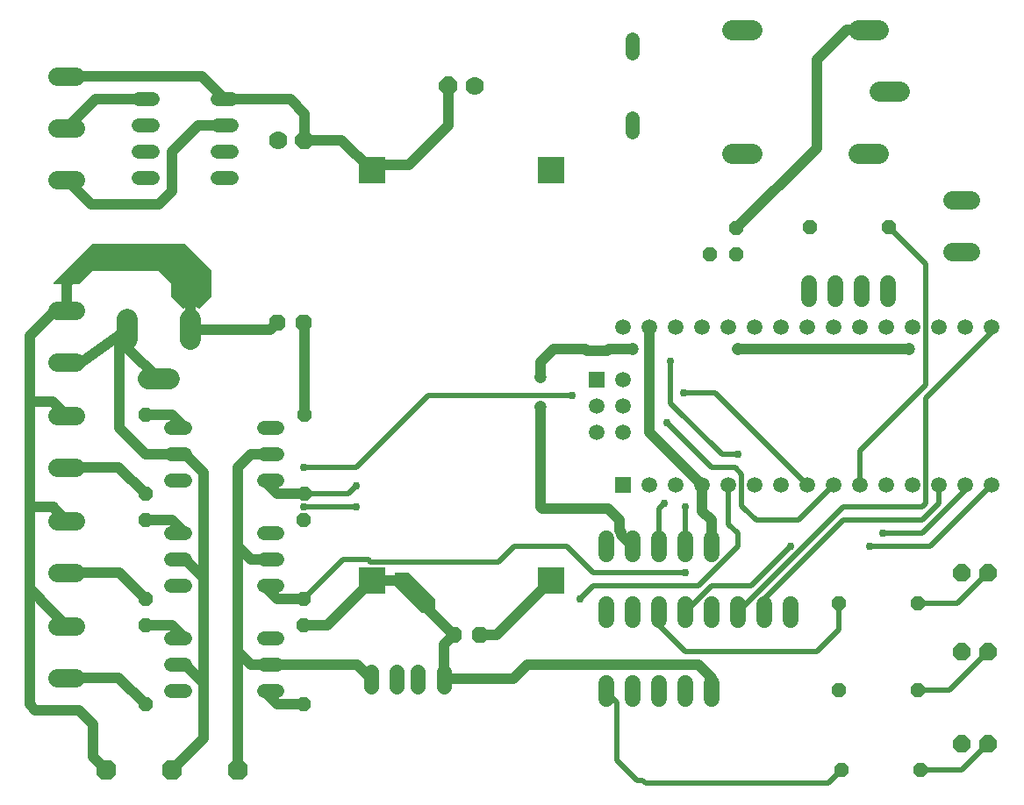
<source format=gbr>
G04 EAGLE Gerber X2 export*
%TF.Part,Single*%
%TF.FileFunction,Copper,L2,Bot,Mixed*%
%TF.FilePolarity,Positive*%
%TF.GenerationSoftware,Autodesk,EAGLE,8.7.0*%
%TF.CreationDate,2018-11-07T22:53:50Z*%
G75*
%MOMM*%
%FSLAX34Y34*%
%LPD*%
%AMOC8*
5,1,8,0,0,1.08239X$1,22.5*%
G01*
%ADD10P,2.089446X8X112.500000*%
%ADD11C,1.790700*%
%ADD12P,1.924489X8X22.500000*%
%ADD13C,1.778000*%
%ADD14P,1.732040X8X202.500000*%
%ADD15P,1.924489X8X202.500000*%
%ADD16P,1.732040X8X22.500000*%
%ADD17C,1.320800*%
%ADD18C,1.981200*%
%ADD19P,1.814519X8X202.500000*%
%ADD20R,1.508000X1.508000*%
%ADD21C,1.508000*%
%ADD22P,1.429621X8X112.500000*%
%ADD23P,1.429621X8X202.500000*%
%ADD24P,1.429621X8X292.500000*%
%ADD25P,1.429621X8X22.500000*%
%ADD26R,2.500000X2.500000*%
%ADD27C,1.458000*%
%ADD28C,2.000000*%
%ADD29C,1.524000*%
%ADD30C,1.016000*%
%ADD31C,0.508000*%
%ADD32C,0.756400*%
%ADD33C,1.206400*%

G36*
X171131Y469531D02*
X171131Y469531D01*
X171182Y469533D01*
X171214Y469551D01*
X171250Y469559D01*
X171289Y469592D01*
X171334Y469616D01*
X171355Y469646D01*
X171383Y469669D01*
X171404Y469716D01*
X171434Y469758D01*
X171442Y469800D01*
X171454Y469828D01*
X171453Y469858D01*
X171461Y469900D01*
X171461Y473391D01*
X171687Y473391D01*
X173637Y473082D01*
X175514Y472472D01*
X177273Y471576D01*
X178597Y470613D01*
X178617Y470605D01*
X178633Y470591D01*
X178696Y470572D01*
X178757Y470546D01*
X178778Y470547D01*
X178799Y470541D01*
X178864Y470553D01*
X178930Y470557D01*
X178949Y470567D01*
X178970Y470571D01*
X179053Y470627D01*
X179080Y470643D01*
X179084Y470648D01*
X179090Y470652D01*
X190769Y482331D01*
X190809Y482396D01*
X190853Y482458D01*
X190855Y482470D01*
X190860Y482478D01*
X190864Y482515D01*
X190880Y482600D01*
X190880Y508000D01*
X190863Y508074D01*
X190850Y508149D01*
X190843Y508159D01*
X190841Y508169D01*
X190817Y508198D01*
X190769Y508269D01*
X165369Y533669D01*
X165304Y533709D01*
X165242Y533753D01*
X165230Y533755D01*
X165222Y533760D01*
X165185Y533764D01*
X165100Y533780D01*
X76200Y533780D01*
X76126Y533763D01*
X76051Y533750D01*
X76041Y533743D01*
X76031Y533741D01*
X76002Y533717D01*
X75931Y533669D01*
X37831Y495569D01*
X37818Y495547D01*
X37798Y495531D01*
X37772Y495474D01*
X37740Y495422D01*
X37737Y495396D01*
X37727Y495372D01*
X37729Y495311D01*
X37723Y495249D01*
X37732Y495225D01*
X37733Y495199D01*
X37763Y495145D01*
X37785Y495087D01*
X37804Y495070D01*
X37816Y495047D01*
X37867Y495012D01*
X37912Y494970D01*
X37937Y494962D01*
X37958Y494947D01*
X38042Y494931D01*
X38078Y494920D01*
X38088Y494922D01*
X38100Y494920D01*
X63500Y494920D01*
X63574Y494937D01*
X63649Y494950D01*
X63659Y494957D01*
X63669Y494959D01*
X63698Y494983D01*
X63769Y495031D01*
X76358Y507620D01*
X139543Y507620D01*
X152020Y495143D01*
X152020Y482600D01*
X152037Y482526D01*
X152050Y482451D01*
X152057Y482441D01*
X152059Y482431D01*
X152083Y482402D01*
X152131Y482331D01*
X163179Y471283D01*
X163197Y471272D01*
X163210Y471255D01*
X163270Y471227D01*
X163326Y471192D01*
X163347Y471190D01*
X163367Y471181D01*
X163433Y471182D01*
X163499Y471175D01*
X163519Y471183D01*
X163540Y471183D01*
X163631Y471226D01*
X163661Y471237D01*
X163665Y471241D01*
X163671Y471245D01*
X164127Y471576D01*
X165886Y472472D01*
X167763Y473082D01*
X169713Y473391D01*
X169939Y473391D01*
X169939Y469900D01*
X169950Y469850D01*
X169952Y469799D01*
X169970Y469767D01*
X169978Y469731D01*
X170011Y469692D01*
X170035Y469647D01*
X170065Y469626D01*
X170088Y469598D01*
X170135Y469577D01*
X170177Y469547D01*
X170219Y469539D01*
X170247Y469527D01*
X170277Y469528D01*
X170319Y469520D01*
X171081Y469520D01*
X171131Y469531D01*
G37*
G36*
X406450Y177431D02*
X406450Y177431D01*
X406501Y177433D01*
X406533Y177451D01*
X406569Y177459D01*
X406608Y177492D01*
X406653Y177516D01*
X406674Y177546D01*
X406702Y177569D01*
X406723Y177616D01*
X406753Y177658D01*
X406761Y177700D01*
X406773Y177728D01*
X406772Y177758D01*
X406780Y177800D01*
X406780Y190500D01*
X406763Y190574D01*
X406750Y190649D01*
X406743Y190659D01*
X406741Y190669D01*
X406717Y190698D01*
X406669Y190769D01*
X381269Y216169D01*
X381204Y216209D01*
X381142Y216253D01*
X381130Y216255D01*
X381122Y216260D01*
X381085Y216264D01*
X381000Y216280D01*
X368300Y216280D01*
X368250Y216269D01*
X368199Y216267D01*
X368167Y216249D01*
X368131Y216241D01*
X368092Y216208D01*
X368047Y216184D01*
X368026Y216154D01*
X367998Y216131D01*
X367977Y216084D01*
X367947Y216042D01*
X367939Y216000D01*
X367927Y215972D01*
X367928Y215942D01*
X367920Y215900D01*
X367920Y203200D01*
X367937Y203126D01*
X367950Y203051D01*
X367957Y203041D01*
X367959Y203031D01*
X367983Y203002D01*
X368031Y202931D01*
X393431Y177531D01*
X393496Y177491D01*
X393558Y177447D01*
X393570Y177445D01*
X393578Y177440D01*
X393615Y177436D01*
X393700Y177420D01*
X406400Y177420D01*
X406450Y177431D01*
G37*
D10*
X88900Y25400D03*
X215900Y25400D03*
D11*
X59754Y266300D02*
X41847Y266300D01*
X41847Y216300D02*
X59754Y216300D01*
D12*
X280670Y633730D03*
D13*
X255270Y633730D03*
D14*
X449580Y156210D03*
X424180Y156210D03*
D15*
X419100Y685800D03*
D13*
X444500Y685800D03*
D16*
X254000Y457200D03*
X279400Y457200D03*
D11*
X59754Y367900D02*
X41847Y367900D01*
X41847Y317900D02*
X59754Y317900D01*
D17*
X596900Y717296D02*
X596900Y730504D01*
X596900Y654304D02*
X596900Y641096D01*
D10*
X152400Y25400D03*
D18*
X834644Y680720D02*
X854456Y680720D01*
X834136Y740410D02*
X814324Y740410D01*
X814324Y621030D02*
X834136Y621030D01*
X712216Y621030D02*
X692404Y621030D01*
X692404Y740410D02*
X712216Y740410D01*
D19*
X939800Y50800D03*
X914400Y50800D03*
X939800Y139700D03*
X914400Y139700D03*
X939800Y215900D03*
X914400Y215900D03*
D11*
X923354Y526180D02*
X905447Y526180D01*
X905447Y576180D02*
X923354Y576180D01*
D20*
X588010Y300990D03*
D21*
X613410Y300990D03*
X638810Y300990D03*
X664210Y300990D03*
X689610Y300990D03*
X715010Y300990D03*
X740410Y300990D03*
X765810Y300990D03*
X791210Y300990D03*
X816610Y300990D03*
X842010Y300990D03*
X867410Y300990D03*
X588010Y453390D03*
X613410Y453390D03*
X638810Y453390D03*
X664210Y453390D03*
X689610Y453390D03*
X715010Y453390D03*
X765810Y453390D03*
X791210Y453390D03*
X842010Y453390D03*
X867410Y453390D03*
X816610Y453390D03*
X740410Y453390D03*
X892810Y300990D03*
X918210Y300990D03*
X943610Y300990D03*
X892810Y453390D03*
X918210Y453390D03*
X943610Y453390D03*
D20*
X562610Y402590D03*
D21*
X588010Y402590D03*
X562610Y377190D03*
X588010Y377190D03*
X562610Y351790D03*
X588010Y351790D03*
D17*
X165100Y152400D02*
X151892Y152400D01*
X151892Y127000D02*
X165100Y127000D01*
X241300Y127000D02*
X254508Y127000D01*
X254508Y152400D02*
X241300Y152400D01*
X165100Y101600D02*
X151892Y101600D01*
X241300Y101600D02*
X254508Y101600D01*
X165100Y254000D02*
X151892Y254000D01*
X151892Y228600D02*
X165100Y228600D01*
X241300Y228600D02*
X254508Y228600D01*
X254508Y254000D02*
X241300Y254000D01*
X165100Y203200D02*
X151892Y203200D01*
X241300Y203200D02*
X254508Y203200D01*
X165100Y355600D02*
X151892Y355600D01*
X151892Y330200D02*
X165100Y330200D01*
X241300Y330200D02*
X254508Y330200D01*
X254508Y355600D02*
X241300Y355600D01*
X165100Y304800D02*
X151892Y304800D01*
X241300Y304800D02*
X254508Y304800D01*
D11*
X59754Y419500D02*
X41847Y419500D01*
X41847Y469500D02*
X59754Y469500D01*
D22*
X127000Y88900D03*
X127000Y165100D03*
D23*
X872490Y186690D03*
X796290Y186690D03*
D24*
X279400Y165100D03*
X279400Y88900D03*
D22*
X127000Y190500D03*
X127000Y266700D03*
D24*
X279400Y266700D03*
X279400Y190500D03*
D22*
X127000Y292100D03*
X127000Y368300D03*
D24*
X280670Y368300D03*
X280670Y292100D03*
D23*
X844550Y549910D03*
X768350Y549910D03*
X875030Y25400D03*
X798830Y25400D03*
X872490Y102870D03*
X796290Y102870D03*
D11*
X59754Y164700D02*
X41847Y164700D01*
X41847Y114700D02*
X59754Y114700D01*
D25*
X671830Y523240D03*
X697230Y523240D03*
X697230Y548640D03*
D26*
X518160Y604520D03*
X345440Y604520D03*
X345440Y208280D03*
X518160Y208280D03*
D17*
X209804Y596900D02*
X196596Y596900D01*
X196596Y622300D02*
X209804Y622300D01*
X133604Y622300D02*
X120396Y622300D01*
X120396Y596900D02*
X133604Y596900D01*
X196596Y647700D02*
X209804Y647700D01*
X209804Y673100D02*
X196596Y673100D01*
X133604Y647700D02*
X120396Y647700D01*
X120396Y673100D02*
X133604Y673100D01*
D27*
X369730Y120750D02*
X369730Y106170D01*
X389730Y106170D02*
X389730Y120750D01*
X344730Y120750D02*
X344730Y106170D01*
X414730Y106170D02*
X414730Y120750D01*
D11*
X59554Y695160D02*
X41647Y695160D01*
X41647Y645160D02*
X59554Y645160D01*
X59554Y595160D02*
X41647Y595160D01*
D28*
X170700Y460850D02*
X170700Y440850D01*
X109700Y440850D02*
X109700Y460850D01*
X129700Y402850D02*
X149700Y402850D01*
D29*
X673100Y248920D02*
X673100Y233680D01*
X647700Y233680D02*
X647700Y248920D01*
X622300Y248920D02*
X622300Y233680D01*
X596900Y233680D02*
X596900Y248920D01*
X571500Y248920D02*
X571500Y233680D01*
X749300Y185420D02*
X749300Y170180D01*
X723900Y170180D02*
X723900Y185420D01*
X698500Y185420D02*
X698500Y170180D01*
X673100Y170180D02*
X673100Y185420D01*
X647700Y185420D02*
X647700Y170180D01*
X622300Y170180D02*
X622300Y185420D01*
X596900Y185420D02*
X596900Y170180D01*
X571500Y170180D02*
X571500Y185420D01*
X673100Y109220D02*
X673100Y93980D01*
X647700Y93980D02*
X647700Y109220D01*
X622300Y109220D02*
X622300Y93980D01*
X596900Y93980D02*
X596900Y109220D01*
X571500Y109220D02*
X571500Y93980D01*
X843280Y480060D02*
X843280Y495300D01*
X817880Y495300D02*
X817880Y480060D01*
X792480Y480060D02*
X792480Y495300D01*
X767080Y495300D02*
X767080Y480060D01*
D30*
X127000Y88900D02*
X101200Y114700D01*
X50800Y114700D01*
X50800Y164700D02*
X25400Y190100D01*
X25400Y190500D01*
X15240Y200660D01*
X15240Y215900D01*
X15240Y279400D01*
X15240Y381000D01*
X15240Y444500D01*
X40240Y469500D01*
X50800Y469500D01*
X50800Y495300D01*
X76200Y520700D01*
X139700Y520700D01*
X37700Y381000D02*
X50800Y367900D01*
X37700Y381000D02*
X15240Y381000D01*
X38100Y279000D02*
X50800Y266300D01*
X38100Y279000D02*
X38100Y279400D01*
X15240Y279400D01*
X76200Y38100D02*
X88900Y25400D01*
X170700Y450850D02*
X247650Y450850D01*
X254000Y457200D01*
X170700Y450850D02*
X170700Y489700D01*
X139700Y520700D01*
X15240Y88900D02*
X20640Y83500D01*
X62550Y83500D01*
X76200Y69850D01*
X15240Y88900D02*
X15240Y200660D01*
X76200Y69850D02*
X76200Y38100D01*
X127000Y165100D02*
X152400Y165100D01*
X165100Y152400D01*
X101324Y444889D02*
X109700Y450850D01*
X101324Y444889D02*
X65650Y419500D01*
X50800Y419500D01*
X182880Y55880D02*
X152400Y25400D01*
X182880Y109220D02*
X165100Y127000D01*
X182880Y109220D02*
X182880Y55880D01*
X182880Y210820D02*
X165100Y228600D01*
X182880Y210820D02*
X182880Y109220D01*
X182880Y312420D02*
X165100Y330200D01*
X182880Y312420D02*
X182880Y210820D01*
X302260Y165100D02*
X345440Y208280D01*
X302260Y165100D02*
X279400Y165100D01*
X372110Y208280D02*
X424180Y156210D01*
X372110Y208280D02*
X345440Y208280D01*
X165100Y330200D02*
X127000Y330200D01*
X279400Y457200D02*
X280670Y455930D01*
X280670Y368300D01*
X345440Y604520D02*
X316230Y633730D01*
X280670Y633730D01*
X266700Y673100D02*
X203200Y673100D01*
X280670Y659130D02*
X280670Y633730D01*
X280670Y659130D02*
X266700Y673100D01*
X181140Y695160D02*
X50600Y695160D01*
X181140Y695160D02*
X203200Y673100D01*
X424180Y156210D02*
X414730Y146760D01*
X414730Y113460D01*
X613410Y351790D02*
X613410Y453390D01*
X613410Y351790D02*
X664210Y300990D01*
X664210Y275590D01*
X673100Y266700D01*
X673100Y241300D01*
X139700Y402850D02*
X109700Y432850D01*
X109700Y450850D01*
X101600Y355600D02*
X127000Y330200D01*
X101600Y355600D02*
X101600Y444612D01*
X101324Y444889D01*
X414730Y113460D02*
X481760Y113460D01*
X495300Y127000D01*
X660400Y127000D02*
X673100Y114300D01*
X673100Y101600D01*
X660400Y127000D02*
X495300Y127000D01*
X345440Y604520D02*
X350520Y609600D01*
X381000Y609600D01*
X419100Y647700D01*
X419100Y685800D01*
X228600Y330200D02*
X215900Y317500D01*
X228600Y330200D02*
X241300Y330200D01*
X241300Y127000D02*
X228600Y127000D01*
X215900Y139700D01*
X215900Y241300D01*
X215900Y317500D01*
X215900Y139700D02*
X215900Y25400D01*
X466090Y156210D02*
X518160Y208280D01*
X466090Y156210D02*
X449580Y156210D01*
X331190Y127000D02*
X241300Y127000D01*
X331190Y127000D02*
X344730Y113460D01*
X241300Y228600D02*
X228600Y228600D01*
X215900Y241300D01*
D31*
X581980Y34715D02*
X601135Y15560D01*
X581980Y91120D02*
X571500Y101600D01*
X601135Y15560D02*
X606740Y15560D01*
X609600Y12700D01*
X581980Y34715D02*
X581980Y91120D01*
X609600Y12700D02*
X786130Y12700D01*
X798830Y25400D01*
D30*
X254000Y292100D02*
X241300Y304800D01*
X254000Y292100D02*
X280670Y292100D01*
D32*
X698500Y330200D03*
D31*
X683260Y330200D01*
X633730Y379730D01*
X633730Y420370D01*
D32*
X633730Y420370D03*
X330200Y299720D03*
D31*
X322580Y292100D01*
X280670Y292100D01*
D30*
X51200Y215900D02*
X50800Y216300D01*
X51200Y215900D02*
X101600Y215900D01*
X127000Y190500D01*
X127000Y266700D02*
X152400Y266700D01*
X165100Y254000D01*
X101200Y317900D02*
X50800Y317900D01*
X101200Y317900D02*
X127000Y292100D01*
X165100Y355600D02*
X152400Y368300D01*
X127000Y368300D01*
D32*
X279400Y317500D03*
D31*
X330200Y317500D01*
X400050Y387350D01*
X538480Y387350D01*
D32*
X538480Y387350D03*
X646430Y389890D03*
D31*
X676910Y389890D01*
X765810Y300990D01*
D32*
X279400Y279400D03*
D31*
X756920Y266700D02*
X791210Y300990D01*
X756920Y266700D02*
X716280Y266700D01*
X704850Y278130D01*
X702310Y280670D01*
X702310Y311150D01*
X695960Y317500D01*
X673100Y317500D01*
X629920Y360680D01*
D32*
X629920Y360680D03*
X330200Y279400D03*
D31*
X279400Y279400D01*
D30*
X241300Y101600D02*
X254000Y88900D01*
X279400Y88900D01*
D32*
X546100Y190500D03*
D31*
X558800Y203200D01*
X660400Y203200D01*
X689610Y262890D02*
X689610Y300990D01*
X689610Y262890D02*
X698500Y254000D01*
X698500Y241300D01*
X660400Y203200D01*
D30*
X254000Y190500D02*
X241300Y203200D01*
X254000Y190500D02*
X279400Y190500D01*
D31*
X317500Y228600D01*
X341826Y228600D01*
X344126Y226300D01*
X467600Y226300D01*
X482600Y241300D01*
X533400Y241300D01*
X558800Y215900D02*
X647700Y215900D01*
D32*
X647700Y215900D03*
D31*
X558800Y215900D02*
X533400Y241300D01*
D30*
X697230Y548640D02*
X774700Y626110D01*
X774700Y711200D01*
X803910Y740410D01*
X824230Y740410D01*
D31*
X844550Y549910D02*
X880110Y514350D01*
X816610Y334010D02*
X816610Y300990D01*
X880110Y397510D02*
X880110Y514350D01*
X880110Y397510D02*
X816610Y334010D01*
X875030Y25400D02*
X914400Y25400D01*
X939800Y50800D01*
X902970Y102870D02*
X872490Y102870D01*
X902970Y102870D02*
X939800Y139700D01*
X910590Y186690D02*
X872490Y186690D01*
X910590Y186690D02*
X939800Y215900D01*
X622300Y177800D02*
X622300Y165100D01*
X647700Y139700D02*
X774700Y139700D01*
X796290Y161290D01*
X796290Y186690D01*
X647700Y139700D02*
X622300Y165100D01*
D30*
X74260Y571500D02*
X50600Y595160D01*
X74260Y571500D02*
X139700Y571500D01*
X152400Y584200D01*
X152400Y622300D01*
X177800Y647700D01*
X203200Y647700D01*
X78540Y673100D02*
X50600Y645160D01*
X78540Y673100D02*
X127000Y673100D01*
X589280Y248920D02*
X596900Y241300D01*
X585724Y252476D01*
X585724Y254812D01*
X584200Y256336D01*
X584200Y266700D01*
X573405Y277495D01*
X509905Y277495D01*
X508000Y279400D01*
X508000Y375920D01*
D33*
X508000Y375920D03*
X508000Y405130D03*
D30*
X508000Y419100D01*
X520700Y431800D01*
D33*
X596900Y431800D03*
D30*
X550973Y431800D02*
X520700Y431800D01*
X550973Y431800D02*
X552878Y429895D01*
X572342Y429895D01*
X574247Y431800D01*
X596900Y431800D01*
D33*
X698500Y431800D03*
D30*
X863600Y431800D01*
D33*
X863600Y431800D03*
D31*
X892810Y300990D02*
X892810Y283210D01*
X876300Y266700D01*
X800100Y266700D01*
X723900Y190500D01*
X723900Y177800D01*
D32*
X627380Y283210D03*
D31*
X622300Y278130D01*
X622300Y241300D01*
X647700Y241300D02*
X647700Y279400D01*
D32*
X647700Y279400D03*
X838200Y254000D03*
D31*
X876300Y254000D01*
X918210Y295910D02*
X918210Y300990D01*
X918210Y295910D02*
X876300Y254000D01*
X673100Y203200D02*
X647700Y177800D01*
X673100Y203200D02*
X711200Y203200D01*
X749300Y241300D01*
D32*
X749300Y241300D03*
X825500Y241300D03*
D31*
X883920Y241300D01*
X943610Y300990D01*
X800100Y279400D02*
X698500Y177800D01*
X800100Y279400D02*
X876300Y279400D01*
X880110Y283210D01*
X943610Y448310D02*
X943610Y453390D01*
X880110Y384810D02*
X880110Y283210D01*
X880110Y384810D02*
X943610Y448310D01*
M02*

</source>
